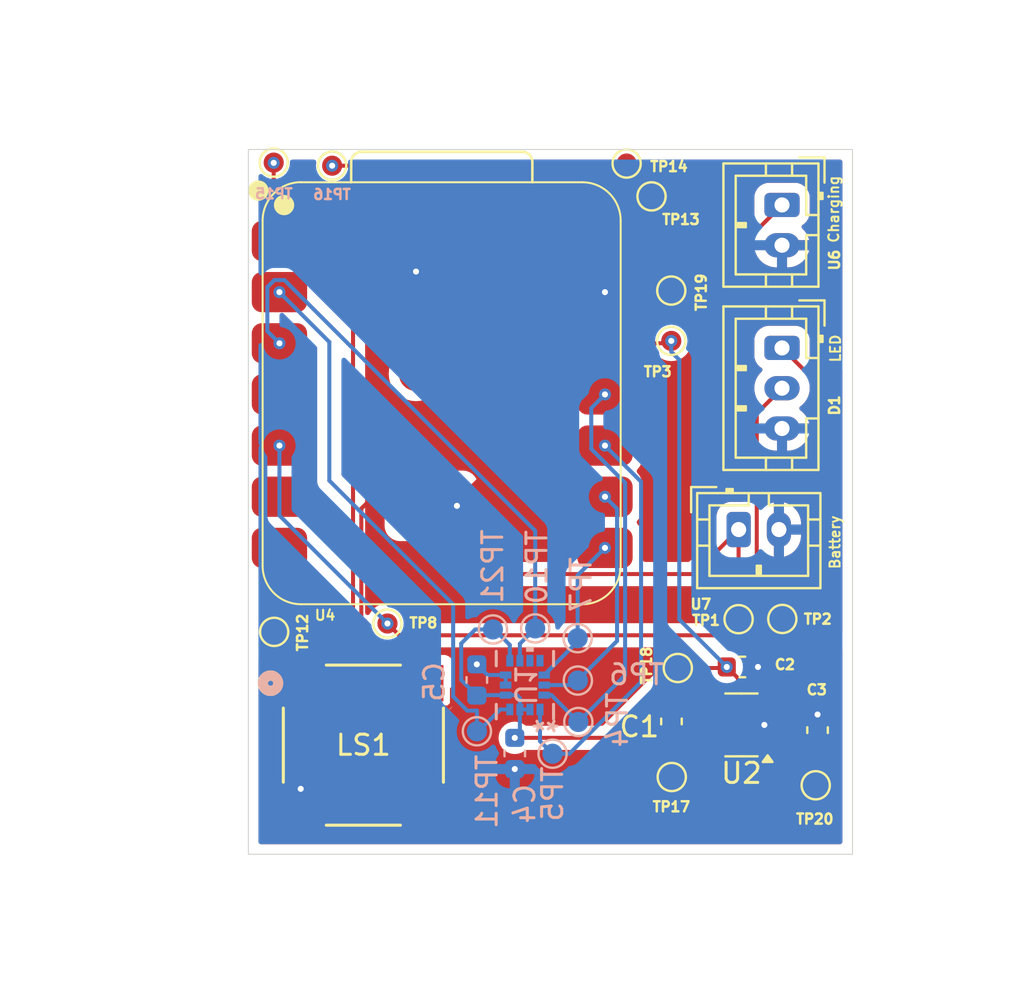
<source format=kicad_pcb>
(kicad_pcb (version 20240108) (generator "pcbnew") (generator_version "8.0")
  (title_block (title "LED20 Updated Schematic") (date "2024-11-12") (rev "2") (company "Team 01") (comment 1 "PCB Layout of LED20 prototype"))
  (layers (0 "F.Cu" signal) (31 "B.Cu" signal) (34 "B.Paste" user) (35 "F.Paste" user) (36 "B.SilkS" user "B.Silkscreen") (37 "F.SilkS" user "F.Silkscreen") (38 "B.Mask" user) (39 "F.Mask" user) (44 "Edge.Cuts" user))
  (net 0 "")
  (net 1 "Net-(U2-C+)")
  (net 2 "Net-(U2-C-)")
  (net 3 "GND")
  (net 4 "3.3V")
  (net 5 "+5V")
  (net 6 "3.3V Data (D4)")
  (net 7 "VBATT")
  (net 8 "Net-(U1-SDA)")
  (net 9 "Net-(U1-SDO{slash}SA0)")
  (net 10 "Net-(U1-SCL)")
  (net 11 "Net-(U1-CS)")
  (net 12 "Net-(U1-INT2)")
  (net 13 "Net-(U1-INT1)")
  (net 14 "unconnected-(TP13-Pad1)")
  (net 15 "unconnected-(TP14-Pad1)")
  (net 16 "unconnected-(TP15-Pad1)")
  (net 17 "unconnected-(TP16-Pad1)")
  (net 21 "+5V IN")
  (net 24 "Net-(U4-LP_GPIO0{slash}GPIO0{slash}A0{slash}D0)")
  (footprint "TestPoint:TestPoint_Pad_D1.0mm" (layer "F.Cu") (at 158.828498 86.700433 -90)
    (property "Reference" "TP2" (at 0.00931 -1.762392 180) (layer "F.SilkS") (effects (font (size 0.5 0.5) (thickness 0.125))))
    (property "Value" "~")
    (fp_circle (center 0 0) (end 0 0.7) (stroke (width 0.12)) (fill none) (layer "F.SilkS"))
    (pad "1" smd circle (at 0 0 270) (size 1 1) (layers "F.Cu" "F.Mask") (net 3 "GND"))
  )
  (footprint "Led20:ChargePump" (layer "F.Cu") (at 156.79831 91.962347 180)
    (property "Reference" "U2" (at 0 -2.4 0) (layer "F.SilkS"))
    (property "Value" "~")
    (fp_line (start 0 1.56) (end 0.8 1.56) (stroke (width 0.12)) (layer "F.SilkS"))
    (fp_line (start 0 1.56) (end -0.8 1.56) (stroke (width 0.12)) (layer "F.SilkS"))
    (fp_line (start 0 -1.56) (end 0.8 -1.56) (stroke (width 0.12)) (layer "F.SilkS"))
    (fp_line (start 0 -1.56) (end -0.8 -1.56) (stroke (width 0.12)) (layer "F.SilkS"))
    (fp_poly (pts (xy -1.3 -1.51) (xy -1.54 -1.84) (xy -1.06 -1.84) (xy -1.3 -1.51)) (stroke (width 0.12)) (fill solid) (layer "F.SilkS"))
    (pad "1" smd roundrect (at -1.1375 -0.95 180) (size 1.325 0.6) (layers "F.Cu" "F.Paste" "F.Mask") (net 5 "+5V"))
    (pad "2" smd roundrect (at -1.1375 0 180) (size 1.325 0.6) (layers "F.Cu" "F.Paste" "F.Mask") (net 3 "GND"))
    (pad "3" smd roundrect (at -1.1375 0.95 180) (size 1.325 0.6) (layers "F.Cu" "F.Paste" "F.Mask") (net 5 "+5V"))
    (pad "4" smd roundrect (at 1.1375 0.95 180) (size 1.325 0.6) (layers "F.Cu" "F.Paste" "F.Mask") (net 2 "Net-(U2-C-)"))
    (pad "5" smd roundrect (at 1.1375 0 180) (size 1.325 0.6) (layers "F.Cu" "F.Paste" "F.Mask") (net 4 "3.3V"))
    (pad "6" smd roundrect (at 1.1375 -0.95 180) (size 1.325 0.6) (layers "F.Cu" "F.Paste" "F.Mask") (net 1 "Net-(U2-C+)"))
  )
  (footprint "Connector_JST:JST_PH_B2B-PH-K_1x02_P2.00mm_Vertical" (layer "F.Cu") (at 158.812862 66.141631 -90)
    (property "Reference" "U6" (at 2.736332 -2.606274 90) (layer "F.SilkS") (effects (font (size 0.5 0.5) (thickness 0.125))))
    (property "Value" "B2B-PH-K-S")
    (fp_line (start -2.06 2.91) (end 4.06 2.91) (stroke (width 0.12)) (layer "F.SilkS"))
    (fp_line (start 4.06 2.91) (end 4.06 -1.81) (stroke (width 0.12)) (layer "F.SilkS"))
    (fp_line (start -1.45 2.3) (end 3.45 2.3) (stroke (width 0.12)) (layer "F.SilkS"))
    (fp_line (start 0.9 2.3) (end 0.9 1.8) (stroke (width 0.12)) (layer "F.SilkS"))
    (fp_line (start 1 2.3) (end 1 1.8) (stroke (width 0.12)) (layer "F.SilkS"))
    (fp_line (start 3.45 2.3) (end 3.45 -1.2) (stroke (width 0.12)) (layer "F.SilkS"))
    (fp_line (start 0.9 1.8) (end 1.1 1.8) (stroke (width 0.12)) (layer "F.SilkS"))
    (fp_line (start 1.1 1.8) (end 1.1 2.3) (stroke (width 0.12)) (layer "F.SilkS"))
    (fp_line (start -2.06 0.8) (end -1.45 0.8) (stroke (width 0.12)) (layer "F.SilkS"))
    (fp_line (start 4.06 0.8) (end 3.45 0.8) (stroke (width 0.12)) (layer "F.SilkS"))
    (fp_line (start -2.06 -0.5) (end -1.45 -0.5) (stroke (width 0.12)) (layer "F.SilkS"))
    (fp_line (start 4.06 -0.5) (end 3.45 -0.5) (stroke (width 0.12)) (layer "F.SilkS"))
    (fp_line (start -1.45 -1.2) (end -1.45 2.3) (stroke (width 0.12)) (layer "F.SilkS"))
    (fp_line (start 0.5 -1.2) (end -1.45 -1.2) (stroke (width 0.12)) (layer "F.SilkS"))
    (fp_line (start 1.5 -1.2) (end 1.5 -1.81) (stroke (width 0.12)) (layer "F.SilkS"))
    (fp_line (start 3.45 -1.2) (end 1.5 -1.2) (stroke (width 0.12)) (layer "F.SilkS"))
    (fp_line (start -2.06 -1.81) (end -2.06 2.91) (stroke (width 0.12)) (layer "F.SilkS"))
    (fp_line (start -0.3 -1.81) (end -0.3 -2.01) (stroke (width 0.12)) (layer "F.SilkS"))
    (fp_line (start 0.5 -1.81) (end 0.5 -1.2) (stroke (width 0.12)) (layer "F.SilkS"))
    (fp_line (start 4.06 -1.81) (end -2.06 -1.81) (stroke (width 0.12)) (layer "F.SilkS"))
    (fp_line (start -0.3 -1.91) (end -0.6 -1.91) (stroke (width 0.12)) (layer "F.SilkS"))
    (fp_line (start -0.6 -2.01) (end -0.6 -1.81) (stroke (width 0.12)) (layer "F.SilkS"))
    (fp_line (start -0.3 -2.01) (end -0.6 -2.01) (stroke (width 0.12)) (layer "F.SilkS"))
    (fp_line (start -2.36 -2.11) (end -2.36 -0.86) (stroke (width 0.12)) (layer "F.SilkS"))
    (fp_line (start -1.11 -2.11) (end -2.36 -2.11) (stroke (width 0.12)) (layer "F.SilkS"))
    (pad "1" thru_hole roundrect (at 0 0 270) (size 1.2 1.75) (drill 0.75) (layers "*.Cu" "*.Mask") (roundrect_rratio 0.208333) (net 21 "+5V IN"))
    (pad "2" thru_hole oval (at 2 0 270) (size 1.2 1.75) (drill 0.75) (layers "*.Cu" "*.Mask") (net 3 "GND"))
  )
  (footprint "Connector_JST:JST_PH_B3B-PH-K_1x03_P2.00mm_Vertical" (layer "F.Cu") (at 158.812862 73.241902 -90)
    (property "Reference" "D1" (at 2.851472 -2.606274 90) (layer "F.SilkS") (effects (font (size 0.5 0.5) (thickness 0.125))))
    (property "Value" "SK6812MINI")
    (fp_line (start -2.06 2.91) (end 6.06 2.91) (stroke (width 0.12)) (layer "F.SilkS"))
    (fp_line (start 6.06 2.91) (end 6.06 -1.81) (stroke (width 0.12)) (layer "F.SilkS"))
    (fp_line (start -1.45 2.3) (end 5.45 2.3) (stroke (width 0.12)) (layer "F.SilkS"))
    (fp_line (start 0.9 2.3) (end 0.9 1.8) (stroke (width 0.12)) (layer "F.SilkS"))
    (fp_line (start 1 2.3) (end 1 1.8) (stroke (width 0.12)) (layer "F.SilkS"))
    (fp_line (start 2.9 2.3) (end 2.9 1.8) (stroke (width 0.12)) (layer "F.SilkS"))
    (fp_line (start 3 2.3) (end 3 1.8) (stroke (width 0.12)) (layer "F.SilkS"))
    (fp_line (start 5.45 2.3) (end 5.45 -1.2) (stroke (width 0.12)) (layer "F.SilkS"))
    (fp_line (start 0.9 1.8) (end 1.1 1.8) (stroke (width 0.12)) (layer "F.SilkS"))
    (fp_line (start 1.1 1.8) (end 1.1 2.3) (stroke (width 0.12)) (layer "F.SilkS"))
    (fp_line (start 2.9 1.8) (end 3.1 1.8) (stroke (width 0.12)) (layer "F.SilkS"))
    (fp_line (start 3.1 1.8) (end 3.1 2.3) (stroke (width 0.12)) (layer "F.SilkS"))
    (fp_line (start -2.06 0.8) (end -1.45 0.8) (stroke (width 0.12)) (layer "F.SilkS"))
    (fp_line (start 6.06 0.8) (end 5.45 0.8) (stroke (width 0.12)) (layer "F.SilkS"))
    (fp_line (start -2.06 -0.5) (end -1.45 -0.5) (stroke (width 0.12)) (layer "F.SilkS"))
    (fp_line (start 6.06 -0.5) (end 5.45 -0.5) (stroke (width 0.12)) (layer "F.SilkS"))
    (fp_line (start -1.45 -1.2) (end -1.45 2.3) (stroke (width 0.12)) (layer "F.SilkS"))
    (fp_line (start 0.5 -1.2) (end -1.45 -1.2) (stroke (width 0.12)) (layer "F.SilkS"))
    (fp_line (start 3.5 -1.2) (end 3.5 -1.81) (stroke (width 0.12)) (layer "F.SilkS"))
    (fp_line (start 5.45 -1.2) (end 3.5 -1.2) (stroke (width 0.12)) (layer "F.SilkS"))
    (fp_line (start -2.06 -1.81) (end -2.06 2.91) (stroke (width 0.12)) (layer "F.SilkS"))
    (fp_line (start -0.3 -1.81) (end -0.3 -2.01) (stroke (width 0.12)) (layer "F.SilkS"))
    (fp_line (start 0.5 -1.81) (end 0.5 -1.2) (stroke (width 0.12)) (layer "F.SilkS"))
    (fp_line (start 6.06 -1.81) (end -2.06 -1.81) (stroke (width 0.12)) (layer "F.SilkS"))
    (fp_line (start -0.3 -1.91) (end -0.6 -1.91) (stroke (width 0.12)) (layer "F.SilkS"))
    (fp_line (start -0.6 -2.01) (end -0.6 -1.81) (stroke (width 0.12)) (layer "F.SilkS"))
    (fp_line (start -0.3 -2.01) (end -0.6 -2.01) (stroke (width 0.12)) (layer "F.SilkS"))
    (fp_line (start -2.36 -2.11) (end -2.36 -0.86) (stroke (width 0.12)) (layer "F.SilkS"))
    (fp_line (start -1.11 -2.11) (end -2.36 -2.11) (stroke (width 0.12)) (layer "F.SilkS"))
    (pad "1" thru_hole roundrect (at 0 0 270) (size 1.2 1.75) (drill 0.75) (layers "*.Cu" "*.Mask") (roundrect_rratio 0.208333) (net 5 "+5V"))
    (pad "2" thru_hole oval (at 2 0 270) (size 1.2 1.75) (drill 0.75) (layers "*.Cu" "*.Mask") (net 6 "3.3V Data (D4)"))
    (pad "3" thru_hole oval (at 4 0 270) (size 1.2 1.75) (drill 0.75) (layers "*.Cu" "*.Mask") (net 3 "GND"))
  )
  (footprint "Capacitor_SMD:C_0603_1608Metric" (layer "F.Cu") (at 160.577935 92.221193 -90)
    (property "Reference" "C3" (at -2.002616 0.040114 0) (layer "F.SilkS") (effects (font (size 0.5 0.5) (thickness 0.125))))
    (property "Value" "10u")
    (fp_line (start -0.14058 0.51) (end 0.14058 0.51) (stroke (width 0.12)) (layer "F.SilkS"))
    (fp_line (start -0.14058 -0.51) (end 0.14058 -0.51) (stroke (width 0.12)) (layer "F.SilkS"))
    (pad "1" smd roundrect (at -0.775 0 270) (size 0.9 0.95) (layers "F.Cu" "F.Paste" "F.Mask") (net 3 "GND"))
    (pad "2" smd roundrect (at 0.775 0 270) (size 0.9 0.95) (layers "F.Cu" "F.Paste" "F.Mask") (net 5 "+5V"))
  )
  (footprint "TestPoint:TestPoint_Pad_D1.0mm" (layer "F.Cu") (at 139.220263 86.927322)
    (property "Reference" "TP8" (at 1.780797 -0.027891 0) (layer "F.SilkS") (effects (font (size 0.5 0.5) (thickness 0.125))))
    (property "Value" "~")
    (fp_circle (center 0 0) (end 0 0.7) (stroke (width 0.12)) (fill none) (layer "F.SilkS"))
    (pad "1" smd circle (at 0 0) (size 1 1) (layers "F.Cu" "F.Mask") (net 6 "3.3V Data (D4)"))
  )
  (footprint "TestPoint:TestPoint_Pad_D1.0mm" (layer "F.Cu") (at 133.570623 64.039269 180)
    (property "Reference" "TP15" (at -0.006781 -1.547978 0) (layer "B.SilkS") (effects (font (size 0.5 0.5) (thickness 0.125)) (justify mirror)))
    (property "Value" "~")
    (fp_circle (center 0 0) (end 0 0.7) (stroke (width 0.12)) (fill none) (layer "F.SilkS"))
    (pad "1" smd circle (at 0 0 180) (size 1 1) (layers "F.Cu" "F.Mask") (net 16 "unconnected-(TP15-Pad1)"))
  )
  (footprint "TestPoint:TestPoint_Pad_D1.0mm" (layer "F.Cu") (at 136.473277 64.192789 180)
    (property "Reference" "TP16" (at 0.007435 -1.428574 -0) (layer "B.SilkS") (effects (font (size 0.5 0.5) (thickness 0.125)) (justify mirror)))
    (property "Value" "~")
    (fp_circle (center 0 0) (end 0 0.7) (stroke (width 0.12)) (fill none) (layer "F.SilkS"))
    (pad "1" smd circle (at 0 0 180) (size 1 1) (layers "F.Cu" "F.Mask") (net 17 "unconnected-(TP16-Pad1)"))
  )
  (footprint "Led20:XIAO-ESP32-C6-SMD" (layer "F.Cu") (at 142.1375 75.53)
    (property "Reference" "U4" (at -6.587488 11.282961 0) (layer "F.SilkS") (effects (font (size 0.5 0.5) (thickness 0.10668)) (justify left bottom)))
    (property "Value" "~")
    (fp_line (start -9.1166 8.5345) (end -9.1166 -8.6105) (stroke (width 0.1)) (layer "F.SilkS"))
    (fp_line (start -7.2116 10.4395) (end 6.7584 10.4395) (stroke (width 0.1)) (layer "F.SilkS"))
    (fp_line (start -4.7216 -10.5155) (end -4.717872 -11.525772) (stroke (width 0.127)) (layer "F.SilkS"))
    (fp_line (start -4.217872 -12.0255) (end 3.7774 -12.0255) (stroke (width 0.127)) (layer "F.SilkS"))
    (fp_line (start 4.2774 -11.5255) (end 4.2774 -10.5155) (stroke (width 0.127)) (layer "F.SilkS"))
    (fp_line (start 6.7584 -10.5155) (end -7.2116 -10.5155) (stroke (width 0.1)) (layer "F.SilkS"))
    (fp_line (start 8.6634 8.5345) (end 8.6634 -8.6105) (stroke (width 0.1)) (layer "F.SilkS"))
    (fp_arc (start -9.1166 -8.6145) (mid -8.558638 -9.961538) (end -7.2116 -10.5195) (stroke (width 0.1)) (layer "F.SilkS"))
    (fp_arc (start -7.2116 10.4395) (mid -8.558638 9.881538) (end -9.1166 8.5345) (stroke (width 0.1)) (layer "F.SilkS"))
    (fp_arc (start -4.717872 -11.525772) (mid -4.571324 -11.879144) (end -4.217872 -12.0255) (stroke (width 0.127)) (layer "F.SilkS"))
    (fp_arc (start 3.7774 -12.0255) (mid 4.130953 -11.879053) (end 4.2774 -11.5255) (stroke (width 0.127)) (layer "F.SilkS"))
    (fp_arc (start 6.7584 -10.5155) (mid 8.105438 -9.957538) (end 8.6634 -8.6105) (stroke (width 0.1)) (layer "F.SilkS"))
    (fp_arc (start 8.6634 8.5345) (mid 8.105438 9.881538) (end 6.7584 10.4395) (stroke (width 0.1)) (layer "F.SilkS"))
    (fp_circle (center -9.3266 -10.0995) (end -9.3266 -10.3535) (stroke (width 0.5)) (fill solid) (layer "F.SilkS"))
    (fp_circle (center -8.0526 -9.3825) (end -8.0526 -9.6365) (stroke (width 0.5)) (fill solid) (layer "F.SilkS"))
    (pad "1" smd roundrect (at -8.2816 -7.5985) (size 2.75 2) (layers "F.Cu" "F.Paste" "F.Mask") (net 24 "Net-(U4-LP_GPIO0{slash}GPIO0{slash}A0{slash}D0)"))
    (pad "2" smd roundrect (at -8.2816 -5.0585) (size 2.75 2) (layers "F.Cu" "F.Paste" "F.Mask") (net 13 "Net-(U1-INT1)"))
    (pad "3" smd roundrect (at -8.2816 -2.5185) (size 2.75 2) (layers "F.Cu" "F.Paste" "F.Mask") (net 12 "Net-(U1-INT2)"))
    (pad "4" smd roundrect (at -8.2816 0.0215) (size 2.75 2) (layers "F.Cu" "F.Paste" "F.Mask"))
    (pad "5" smd roundrect (at -8.2816 2.5615) (size 2.75 2) (layers "F.Cu" "F.Paste" "F.Mask") (net 6 "3.3V Data (D4)"))
    (pad "6" smd roundrect (at -8.2816 5.1015) (size 2.75 2) (layers "F.Cu" "F.Paste" "F.Mask"))
    (pad "7" smd roundrect (at -8.2816 7.6415) (size 2.75 2) (layers "F.Cu" "F.Paste" "F.Mask"))
    (pad "8" smd roundrect (at 7.8834 7.6415) (size 2.75 2) (layers "F.Cu" "F.Paste" "F.Mask") (net 11 "Net-(U1-CS)"))
    (pad "9" smd roundrect (at 7.8834 5.1015) (size 2.75 2) (layers "F.Cu" "F.Paste" "F.Mask") (net 10 "Net-(U1-SCL)"))
    (pad "10" smd roundrect (at 7.8834 2.5615) (size 2.75 2) (layers "F.Cu" "F.Paste" "F.Mask") (net 9 "Net-(U1-SDO{slash}SA0)"))
    (pad "11" smd roundrect (at 7.8834 0.0215) (size 2.75 2) (layers "F.Cu" "F.Paste" "F.Mask") (net 8 "Net-(U1-SDA)"))
    (pad "12" smd roundrect (at 7.8834 -2.5185) (size 2.75 2) (layers "F.Cu" "F.Paste" "F.Mask") (net 4 "3.3V"))
    (pad "13" smd roundrect (at 7.8834 -5.0585) (size 2.75 2) (layers "F.Cu" "F.Paste" "F.Mask") (net 3 "GND"))
    (pad "14" smd roundrect (at 7.8834 -7.5985) (size 2.75 2) (layers "F.Cu" "F.Paste" "F.Mask") (net 21 "+5V IN"))
    (pad "15" smd roundrect (at -2.008 5.5532 270) (size 2.5 1.1) (layers "F.Cu" "F.Paste" "F.Mask") (net 7 "VBATT"))
    (pad "16" smd roundrect (at 0.532 5.5532 270) (size 2.5 1.1) (layers "F.Cu" "F.Paste" "F.Mask") (net 3 "GND"))
    (pad "17" smd circle (at -1.5 -8.62) (size 1.7 1.7) (layers "F.Cu" "F.Paste" "F.Mask") (net 17 "unconnected-(TP16-Pad1)"))
    (pad "18" smd circle (at 1.04 -8.62) (size 1.7 1.7) (layers "F.Cu" "F.Paste" "F.Mask") (net 15 "unconnected-(TP14-Pad1)"))
    (pad "19" smd circle (at -1.5 -6.08) (size 1.7 1.7) (layers "F.Cu" "F.Paste" "F.Mask") (net 3 "GND"))
    (pad "20" smd circle (at 1.04 -6.08) (size 1.7 1.7) (layers "F.Cu" "F.Paste" "F.Mask"))
    (pad "21" smd circle (at -1.5 -3.54) (size 1.7 1.7) (layers "F.Cu" "F.Paste" "F.Mask") (net 16 "unconnected-(TP15-Pad1)"))
    (pad "22" smd circle (at 1.04 -3.54) (size 1.7 1.7) (layers "F.Cu" "F.Paste" "F.Mask") (net 14 "unconnected-(TP13-Pad1)"))
    (pad "23" smd circle (at -1.5 -1) (size 1.7 1.7) (layers "F.Cu" "F.Paste" "F.Mask"))
    (pad "24" smd circle (at 0.9474 -1.0568) (size 1.7 1.7) (layers "F.Cu" "F.Paste" "F.Mask"))
  )
  (footprint "TestPoint:TestPoint_Pad_D1.0mm" (layer "F.Cu") (at 152.333376 65.716062)
    (property "Reference" "TP13" (at 1.460965 1.149092 180) (layer "F.SilkS") (effects (font (size 0.5 0.5) (thickness 0.125))))
    (property "Value" "~")
    (fp_circle (center 0 0) (end 0 0.7) (stroke (width 0.12)) (fill none) (layer "F.SilkS"))
    (pad "1" smd circle (at 0 0) (size 1 1) (layers "F.Cu" "F.Mask") (net 14 "unconnected-(TP13-Pad1)"))
  )
  (footprint "TestPoint:TestPoint_Pad_D1.0mm" (layer "F.Cu") (at 153.63829 89.136295 180)
    (property "Reference" "TP18" (at 1.54972 0.123129 -90) (layer "F.SilkS") (effects (font (size 0.5 0.5) (thickness 0.125))))
    (property "Value" "~")
    (fp_circle (center 0 0) (end 0 0.7) (stroke (width 0.12)) (fill none) (layer "F.SilkS"))
    (pad "1" smd circle (at 0 0 180) (size 1 1) (layers "F.Cu" "F.Mask") (net 4 "3.3V"))
  )
  (footprint "Capacitor_SMD:C_0603_1608Metric" (layer "F.Cu") (at 153.322964 91.790052 90)
    (property "Reference" "C1" (at -0.263111 -1.595137 180) (layer "F.SilkS"))
    (property "Value" "1u")
    (fp_line (start -0.14058 -0.51) (end 0.14058 -0.51) (stroke (width 0.12)) (layer "F.SilkS"))
    (fp_line (start -0.14058 0.51) (end 0.14058 0.51) (stroke (width 0.12)) (layer "F.SilkS"))
    (pad "1" smd roundrect (at -0.775 0 90) (size 0.9 0.95) (layers "F.Cu" "F.Paste" "F.Mask") (net 1 "Net-(U2-C+)"))
    (pad "2" smd roundrect (at 0.775 0 90) (size 0.9 0.95) (layers "F.Cu" "F.Paste" "F.Mask") (net 2 "Net-(U2-C-)"))
  )
  (footprint "TestPoint:TestPoint_Pad_D1.0mm" (layer "F.Cu") (at 151.096977 64.084991)
    (property "Reference" "TP14" (at 2.100344 0.153276 0) (layer "F.SilkS") (effects (font (size 0.5 0.5) (thickness 0.125))))
    (property "Value" "~")
    (fp_circle (center 0 0) (end 0 0.7) (stroke (width 0.12)) (fill none) (layer "F.SilkS"))
    (pad "1" smd circle (at 0 0) (size 1 1) (layers "F.Cu" "F.Mask") (net 15 "unconnected-(TP14-Pad1)"))
  )
  (footprint "TestPoint:TestPoint_Pad_D1.0mm" (layer "F.Cu") (at 156.656484 86.711805 180)
    (property "Reference" "TP1" (at 1.61693 -0.059694 180) (layer "F.SilkS") (effects (font (size 0.5 0.5) (thickness 0.125))))
    (property "Value" "~")
    (fp_circle (center 0 0) (end 0 0.7) (stroke (width 0.12)) (fill none) (layer "F.SilkS"))
    (pad "1" smd circle (at 0 0 180) (size 1 1) (layers "F.Cu" "F.Mask") (net 7 "VBATT"))
  )
  (footprint "Capacitor_SMD:C_0603_1608Metric" (layer "F.Cu") (at 156.844117 89.084826)
    (property "Reference" "C2" (at 2.113024 -0.117148 0) (layer "F.SilkS") (effects (font (size 0.5 0.5) (thickness 0.125))))
    (property "Value" "10u")
    (fp_line (start -0.14058 -0.51) (end 0.14058 -0.51) (stroke (width 0.12)) (layer "F.SilkS"))
    (fp_line (start -0.14058 0.51) (end 0.14058 0.51) (stroke (width 0.12)) (layer "F.SilkS"))
    (pad "1" smd roundrect (at -0.775 0) (size 0.9 0.95) (layers "F.Cu" "F.Paste" "F.Mask") (net 4 "3.3V"))
    (pad "2" smd roundrect (at 0.775 0) (size 0.9 0.95) (layers "F.Cu" "F.Paste" "F.Mask") (net 3 "GND"))
  )
  (footprint "TestPoint:TestPoint_Pad_D1.0mm" (layer "F.Cu") (at 153.338126 94.54961 180)
    (property "Reference" "TP17" (at 0.018558 -1.478538 0) (layer "F.SilkS") (effects (font (size 0.5 0.5) (thickness 0.125))))
    (property "Value" "~")
    (fp_circle (center 0 0) (end 0 0.7) (stroke (width 0.12)) (fill none) (layer "F.SilkS"))
    (pad "1" smd circle (at 0 0 180) (size 1 1) (layers "F.Cu" "F.Mask") (net 1 "Net-(U2-C+)"))
  )
  (footprint "TestPoint:TestPoint_Pad_D1.0mm" (layer "F.Cu") (at 160.486961 94.960081 180)
    (property "Reference" "TP20" (at 0.0458 -1.67788 0) (layer "F.SilkS") (effects (font (size 0.5 0.5) (thickness 0.125))))
    (property "Value" "~")
    (fp_circle (center 0 0) (end 0 0.7) (stroke (width 0.12)) (fill none) (layer "F.SilkS"))
    (pad "1" smd circle (at 0 0 180) (size 1 1) (layers "F.Cu" "F.Mask") (net 5 "+5V"))
  )
  (footprint "TestPoint:TestPoint_Pad_D1.0mm" (layer "F.Cu") (at 153.3139 72.8925)
    (property "Reference" "TP3" (at -0.673172 1.533258 0) (layer "F.SilkS") (effects (font (size 0.5 0.5) (thickness 0.125))))
    (property "Value" "~")
    (fp_circle (center 0 0) (end 0 0.7) (stroke (width 0.12)) (fill none) (layer "F.SilkS"))
    (pad "1" smd circle (at 0 0) (size 1 1) (layers "F.Cu" "F.Mask") (net 4 "3.3V"))
  )
  (footprint "TestPoint:TestPoint_Pad_D1.0mm" (layer "F.Cu") (at 153.3139 70.3925)
    (property "Reference" "TP19" (at 1.486846 0.088888 90) (layer "F.SilkS") (effects (font (size 0.5 0.5) (thickness 0.125))))
    (property "Value" "~")
    (fp_circle (center 0 0) (end 0 0.7) (stroke (width 0.12)) (fill none) (layer "F.SilkS"))
    (pad "1" smd circle (at 0 0) (size 1 1) (layers "F.Cu" "F.Mask") (net 3 "GND"))
  )
  (footprint "TestPoint:TestPoint_Pad_D1.0mm" (layer "F.Cu") (at 133.594062 87.34175)
    (property "Reference" "TP12" (at 1.410104 0.034115 -90) (layer "F.SilkS") (effects (font (size 0.5 0.5) (thickness 0.125))))
    (property "Value" "~")
    (fp_circle (center 0 0) (end 0 0.7) (stroke (width 0.12)) (fill none) (layer "F.SilkS"))
    (pad "1" smd circle (at 0 0) (size 1 1) (layers "F.Cu" "F.Mask") (net 24 "Net-(U4-LP_GPIO0{slash}GPIO0{slash}A0{slash}D0)"))
  )
  (footprint "Led20:CMT-7525-80-SMT-TR_CUD" (layer "F.Cu") (at 138.02338 92.966582)
    (property "Reference" "LS1" (at 0 0 0) (layer "F.SilkS"))
    (property "Value" "CMT-7525-80-SMT-TR")
    (fp_circle (center -4.6101 -3.075) (end -4.2291 -3.075) (stroke (width 0.508)) (fill none) (layer "B.SilkS"))
    (fp_line (start -3.9751 -1.84056) (end -3.9751 1.84056) (stroke (width 0.1524)) (layer "F.SilkS"))
    (fp_line (start -1.84056 3.9751) (end 1.84056 3.9751) (stroke (width 0.1524)) (layer "F.SilkS"))
    (fp_line (start 1.84056 -3.9751) (end -1.84056 -3.9751) (stroke (width 0.1524)) (layer "F.SilkS"))
    (fp_line (start 3.9751 1.84056) (end 3.9751 -1.84056) (stroke (width 0.1524)) (layer "F.SilkS"))
    (fp_arc (start -4.48724 -2.714353) (mid -4.991102 -3.075001) (end -4.48724 -3.435648) (stroke (width 0.508)) (layer "F.SilkS"))
    (pad "1" smd rect (at -3.075 -3.075) (size 1.8034 1.8034) (layers "F.Cu" "F.Paste" "F.Mask") (net 24 "Net-(U4-LP_GPIO0{slash}GPIO0{slash}A0{slash}D0)"))
    (pad "2" smd rect (at -3.075 3.075) (size 1.8034 1.8034) (layers "F.Cu" "F.Paste" "F.Mask") (net 3 "GND"))
    (pad "3" smd rect (at 3.075 -3.075) (size 1.8034 1.8034) (layers "F.Cu" "F.Paste" "F.Mask"))
    (pad "4" smd rect (at 3.075 3.075) (size 1.8034 1.8034) (layers "F.Cu" "F.Paste" "F.Mask"))
  )
  (footprint "Connector_JST:JST_PH_B2B-PH-K_1x02_P2.00mm_Vertical" (layer "F.Cu") (at 156.659343 82.261164)
    (property "Reference" "U7" (at -1.875655 3.708622 0) (layer "F.SilkS") (effects (font (size 0.5 0.5) (thickness 0.125))))
    (property "Value" "B2B-PH-K-S")
    (fp_line (start -2.36 -2.11) (end -2.36 -0.86) (stroke (width 0.12)) (layer "F.SilkS"))
    (fp_line (start -2.06 -1.81) (end -2.06 2.91) (stroke (width 0.12)) (layer "F.SilkS"))
    (fp_line (start -2.06 -0.5) (end -1.45 -0.5) (stroke (width 0.12)) (layer "F.SilkS"))
    (fp_line (start -2.06 0.8) (end -1.45 0.8) (stroke (width 0.12)) (layer "F.SilkS"))
    (fp_line (start -2.06 2.91) (end 4.06 2.91) (stroke (width 0.12)) (layer "F.SilkS"))
    (fp_line (start -1.45 -1.2) (end -1.45 2.3) (stroke (width 0.12)) (layer "F.SilkS"))
    (fp_line (start -1.45 2.3) (end 3.45 2.3) (stroke (width 0.12)) (layer "F.SilkS"))
    (fp_line (start -1.11 -2.11) (end -2.36 -2.11) (stroke (width 0.12)) (layer "F.SilkS"))
    (fp_line (start -0.6 -2.01) (end -0.6 -1.81) (stroke (width 0.12)) (layer "F.SilkS"))
    (fp_line (start -0.3 -2.01) (end -0.6 -2.01) (stroke (width 0.12)) (layer "F.SilkS"))
    (fp_line (start -0.3 -1.91) (end -0.6 -1.91) (stroke (width 0.12)) (layer "F.SilkS"))
    (fp_line (start -0.3 -1.81) (end -0.3 -2.01) (stroke (width 0.12)) (layer "F.SilkS"))
    (fp_line (start 0.5 -1.81) (end 0.5 -1.2) (stroke (width 0.12)) (layer "F.SilkS"))
    (fp_line (start 0.5 -1.2) (end -1.45 -1.2) (stroke (width 0.12)) (layer "F.SilkS"))
    (fp_line (start 0.9 1.8) (end 1.1 1.8) (stroke (width 0.12)) (layer "F.SilkS"))
    (fp_line (start 0.9 2.3) (end 0.9 1.8) (stroke (width 0.12)) (layer "F.SilkS"))
    (fp_line (start 1 2.3) (end 1 1.8) (stroke (width 0.12)) (layer "F.SilkS"))
    (fp_line (start 1.1 1.8) (end 1.1 2.3) (stroke (width 0.12)) (layer "F.SilkS"))
    (fp_line (start 1.5 -1.2) (end 1.5 -1.81) (stroke (width 0.12)) (layer "F.SilkS"))
    (fp_line (start 3.45 -1.2) (end 1.5 -1.2) (stroke (width 0.12)) (layer "F.SilkS"))
    (fp_line (start 3.45 2.3) (end 3.45 -1.2) (stroke (width 0.12)) (layer "F.SilkS"))
    (fp_line (start 4.06 -1.81) (end -2.06 -1.81) (stroke (width 0.12)) (layer "F.SilkS"))
    (fp_line (start 4.06 -0.5) (end 3.45 -0.5) (stroke (width 0.12)) (layer "F.SilkS"))
    (fp_line (start 4.06 0.8) (end 3.45 0.8) (stroke (width 0.12)) (layer "F.SilkS"))
    (fp_line (start 4.06 2.91) (end 4.06 -1.81) (stroke (width 0.12)) (layer "F.SilkS"))
    (pad "1" thru_hole roundrect (at 0 0) (size 1.2 1.75) (drill 0.75) (layers "*.Cu" "*.Mask") (roundrect_rratio 0.208333) (net 7 "VBATT"))
    (pad "2" thru_hole oval (at 2 0) (size 1.2 1.75) (drill 0.75) (layers "*.Cu" "*.Mask") (net 3 "GND"))
  )
  (footprint "TestPoint:TestPoint_Pad_D1.0mm" (layer "B.Cu") (at 146.556143 87.171044 90)
    (property "Reference" "TP10" (at 3.039619 0.082065 90) (layer "B.SilkS") (effects (justify mirror)))
    (property "Value" "~")
    (fp_circle (center 0 0) (end 0 -0.7) (stroke (width 0.12)) (fill none) (layer "B.SilkS"))
    (pad "1" smd circle (at 0 0 90) (size 1 1) (layers "B.Cu" "B.Mask") (net 12 "Net-(U1-INT2)"))
  )
  (footprint "TestPoint:TestPoint_Pad_D1.0mm" (layer "B.Cu") (at 144.458045 87.222217 90)
    (property "Reference" "TP21" (at 3.131043 -0.01355 90) (layer "B.SilkS") (effects (justify mirror)))
    (property "Value" "~")
    (fp_circle (center 0 0) (end 0 -0.7) (stroke (width 0.12)) (fill none) (layer "B.SilkS"))
    (pad "1" smd circle (at 0 0 90) (size 1 1) (layers "B.Cu" "B.Mask") (net 4 "3.3V"))
  )
  (footprint "Capacitor_SMD:C_0603_1608Metric" (layer "B.Cu") (at 143.656333 89.7297 -90)
    (property "Reference" "C5" (at 0.097327 2.109953 90) (layer "B.SilkS") (effects (justify mirror)))
    (property "Value" "100n")
    (fp_line (start 0.14058 0.51) (end -0.14058 0.51) (stroke (width 0.12)) (layer "B.SilkS"))
    (fp_line (start 0.14058 -0.51) (end -0.14058 -0.51) (stroke (width 0.12)) (layer "B.SilkS"))
    (pad "1" smd roundrect (at -0.775 0 270) (size 0.9 0.95) (layers "B.Cu" "B.Paste" "B.Mask") (net 3 "GND"))
    (pad "2" smd roundrect (at 0.775 0 270) (size 0.9 0.95) (layers "B.Cu" "B.Paste" "B.Mask") (net 4 "3.3V"))
  )
  (footprint "Led20:LGA-14L_2P5X3X0P83_STM-L" (layer "B.Cu") (at 146.04495 89.984768 90)
    (property "Reference" "U1" (at 0 0 -90) (layer "B.SilkS") (effects (justify mirror)))
    (property "Value" "~")
    (fp_line (start 1.6764 -1.4224) (end 0.957013 -1.4224) (stroke (width 0.1524)) (layer "B.SilkS"))
    (fp_line (start -0.957013 -1.4224) (end -1.6764 -1.4224) (stroke (width 0.1524)) (layer "B.SilkS"))
    (fp_line (start 0.957013 1.4224) (end 1.6764 1.4224) (stroke (width 0.1524)) (layer "B.SilkS"))
    (fp_line (start -1.6764 1.4224) (end -0.957013 1.4224) (stroke (width 0.1524)) (layer "B.SilkS"))
    (fp_poly (pts (xy 1.905 0.4405) (xy 1.905 0.059499) (xy 1.651 0.059499) (xy 1.651 0.4405)) (fill solid) (layer "B.SilkS"))
    (fp_text user "*" (at -2.032 1 90) (layer "B.SilkS") (effects (justify mirror)))
    (fp_text user "*" (at -2.032 1.0437 -90) (layer "B.SilkS") (effects (justify mirror)))
    (pad "1" smd rect (at -1.2103 0.750001) (size 0.351536 0.57658) (layers "B.Cu" "B.Paste" "B.Mask") (net 9 "Net-(U1-SDO{slash}SA0)"))
    (pad "2" smd rect (at -1.2103 0.25) (size 0.351536 0.57658) (layers "B.Cu" "B.Paste" "B.Mask") (net 4 "3.3V"))
    (pad "3" smd rect (at -1.2103 -0.25) (size 0.351536 0.57658) (layers "B.Cu" "B.Paste" "B.Mask") (net 4 "3.3V"))
    (pad "4" smd rect (at -1.2103 -0.750001) (size 0.351536 0.57658) (layers "B.Cu" "B.Paste" "B.Mask") (net 13 "Net-(U1-INT1)"))
    (pad "5" smd rect (at -0.499999 -0.9563 90) (size 0.351536 0.57658) (layers "B.Cu" "B.Paste" "B.Mask") (net 4 "3.3V"))
    (pad "6" smd rect (at 0 -0.9563 90) (size 0.351536 0.57658) (layers "B.Cu" "B.Paste" "B.Mask") (net 3 "GND"))
    (pad "7" smd rect (at 0.499999 -0.9563 90) (size 0.351536 0.57658) (layers "B.Cu" "B.Paste" "B.Mask") (net 3 "GND"))
    (pad "8" smd rect (at 1.2103 -0.750001) (size 0.351536 0.57658) (layers "B.Cu" "B.Paste" "B.Mask") (net 4 "3.3V"))
    (pad "9" smd rect (at 1.2103 -0.25) (size 0.351536 0.57658) (layers "B.Cu" "B.Paste" "B.Mask") (net 12 "Net-(U1-INT2)"))
    (pad "10" smd rect (at 1.2103 0.25) (size 0.351536 0.57658) (layers "B.Cu" "B.Paste" "B.Mask"))
    (pad "11" smd rect (at 1.2103 0.750001) (size 0.351536 0.57658) (layers "B.Cu" "B.Paste" "B.Mask"))
    (pad "12" smd rect (at 0.499999 0.9563 90) (size 0.351536 0.57658) (layers "B.Cu" "B.Paste" "B.Mask") (net 11 "Net-(U1-CS)"))
    (pad "13" smd rect (at 0 0.9563 90) (size 0.351536 0.57658) (layers "B.Cu" "B.Paste" "B.Mask") (net 10 "Net-(U1-SCL)"))
    (pad "14" smd rect (at -0.499999 0.9563 90) (size 0.351536 0.57658) (layers "B.Cu" "B.Paste" "B.Mask") (net 8 "Net-(U1-SDA)"))
  )
  (footprint "TestPoint:TestPoint_Pad_D1.0mm" (layer "B.Cu") (at 148.663867 87.655327 -90)
    (property "Reference" "TP7" (at -2.658492 -0.168053 90) (layer "B.SilkS") (effects (justify mirror)))
    (property "Value" "~")
    (fp_circle (center 0 0) (end 0 -0.7) (stroke (width 0.12)) (fill none) (layer "B.SilkS"))
    (pad "1" smd circle (at 0 0 270) (size 1 1) (layers "B.Cu" "B.Mask") (net 11 "Net-(U1-CS)"))
  )
  (footprint "TestPoint:TestPoint_Pad_D1.0mm" (layer "B.Cu") (at 148.697983 91.817408 -90)
    (property "Reference" "TP4" (at -0.098555 -1.945259 90) (layer "B.SilkS") (effects (justify mirror)))
    (property "Value" "~")
    (fp_circle (center 0 0) (end 0 -0.7) (stroke (width 0.12)) (fill none) (layer "B.SilkS"))
    (pad "1" smd circle (at 0 0 270) (size 1 1) (layers "B.Cu" "B.Mask") (net 8 "Net-(U1-SDA)"))
  )
  (footprint "TestPoint:TestPoint_Pad_D1.0mm" (layer "B.Cu") (at 148.675239 89.759111 -90)
    (property "Reference" "TP6" (at -0.294348 -2.913916 360) (layer "B.SilkS") (effects (justify mirror)))
    (property "Value" "~")
    (fp_circle (center 0 0) (end 0 -0.7) (stroke (width 0.12)) (fill none) (layer "B.SilkS"))
    (pad "1" smd circle (at 0 0 270) (size 1 1) (layers "B.Cu" "B.Mask") (net 10 "Net-(U1-SCL)"))
  )
  (footprint "TestPoint:TestPoint_Pad_D1.0mm" (layer "B.Cu") (at 143.662019 92.278879 -90)
    (property "Reference" "TP11" (at 3 -0.5 90) (layer "B.SilkS") (effects (justify mirror)))
    (property "Value" "~")
    (fp_circle (center 0 0) (end 0 -0.7) (stroke (width 0.12)) (fill none) (layer "B.SilkS"))
    (pad "1" smd circle (at 0 0 270) (size 1 1) (layers "B.Cu" "B.Mask") (net 13 "Net-(U1-INT1)"))
  )
  (footprint "TestPoint:TestPoint_Pad_D1.0mm" (layer "B.Cu") (at 147.418654 93.392403 -90)
    (property "Reference" "TP5" (at 2 0 90) (layer "B.SilkS") (effects (justify mirror)))
    (property "Value" "~")
    (fp_circle (center 0 0) (end 0 -0.7) (stroke (width 0.12)) (fill none) (layer "B.SilkS"))
    (pad "1" smd circle (at 0 0 270) (size 1 1) (layers "B.Cu" "B.Mask") (net 9 "Net-(U1-SDO{slash}SA0)"))
  )
  (footprint "Capacitor_SMD:C_0603_1608Metric" (layer "B.Cu") (at 145.542307 93.379906 90)
    (property "Reference" "C4" (at -2.5 0.5 90) (layer "B.SilkS") (effects (justify mirror)))
    (property "Value" "100n")
    (fp_line (start 0.14058 -0.51) (end -0.14058 -0.51) (stroke (width 0.12)) (layer "B.SilkS"))
    (fp_line (start 0.14058 0.51) (end -0.14058 0.51) (stroke (width 0.12)) (layer "B.SilkS"))
    (pad "1" smd roundrect (at -0.775 0 90) (size 0.9 0.95) (layers "B.Cu" "B.Paste" "B.Mask") (net 3 "GND"))
    (pad "2" smd roundrect (at 0.775 0 90) (size 0.9 0.95) (layers "B.Cu" "B.Paste" "B.Mask") (net 4 "3.3V"))
  )
  (gr_rect (start 132.313079 63.386249) (end 162.313079 98.386249) (stroke (width 0.05)) (fill none) (layer "Edge.Cuts"))
  (gr_text "LED\n" (at 161.76029 74.012333 90) (layer "F.SilkS") (effects (font (size 0.5 0.5) (thickness 0.1)) (justify left bottom)))
  (gr_text "Battery\n" (at 161.737073 84.279296 90) (layer "F.SilkS") (effects (font (size 0.5 0.5) (thickness 0.1)) (justify left bottom)))
  (gr_text "Charging\n" (at 161.675002 68.076251 90) (layer "F.SilkS") (effects (font (size 0.5 0.5) (thickness 0.1)) (justify left bottom)))
  (segment (start 153.742671 92.912347) (end 155.66081 92.912347) (width 0.2) (layer "F.Cu") (net 1))
  (segment (start 153.338126 92.580214) (end 153.322964 92.565052) (width 0.2) (layer "F.Cu") (net 1))
  (segment (start 153.322964 92.565052) (end 153.395376 92.565052) (width 0.2) (layer "F.Cu") (net 1))
  (segment (start 153.395376 92.565052) (end 153.742671 92.912347) (width 0.2) (layer "F.Cu") (net 1))
  (segment (start 153.338126 94.54961) (end 153.338126 92.580214) (width 0.2) (layer "F.Cu") (net 1))
  (segment (start 155.66081 91.012347) (end 153.325669 91.012347) (width 0.2) (layer "F.Cu") (net 2))
  (segment (start 153.561531 91.002693) (end 153.549172 91.015052) (width 0.2) (layer "F.Cu") (net 2))
  (segment (start 153.322964 91.015052) (end 153.549172 91.015052) (width 0.2) (layer "F.Cu") (net 2))
  (segment (start 153.325669 91.012347) (end 153.322964 91.015052) (width 0.2) (layer "F.Cu") (net 2))
  (segment (start 139.608708 79.5332) (end 141.1195 79.5332) (width 0.2) (layer "F.Cu") (net 3))
  (segment (start 158.828498 86.700433) (end 158.828498 86.699486) (width 0.2) (layer "F.Cu") (net 3))
  (segment (start 143.656333 88.9547) (end 143.656333 92.268932) (width 0.2) (layer "F.Cu") (net 3))
  (segment (start 137.921771 81.220137) (end 139.608708 79.5332) (width 0.2) (layer "F.Cu") (net 3))
  (segment (start 142.246325 91.093282) (end 142.422005 90.917602) (width 0.2) (layer "F.Cu") (net 3))
  (segment (start 139.860182 90.189028) (end 139.860182 91.056784) (width 0.2) (layer "F.Cu") (net 3))
  (segment (start 158.828498 86.699486) (end 158.917651 86.610333) (width 0.2) (layer "F.Cu") (net 3))
  (segment (start 158.917651 86.610333) (end 158.659343 86.352025) (width 0.2) (layer "F.Cu") (net 3))
  (segment (start 150.794183 70.4715) (end 150.873183 70.3925) (width 0.2) (layer "F.Cu") (net 3))
  (segment (start 139.89668 91.093282) (end 142.246325 91.093282) (width 0.2) (layer "F.Cu") (net 3))
  (segment (start 158.659343 86.352025) (end 158.659343 82.261164) (width 0.2) (layer "F.Cu") (net 3))
  (segment (start 150.873183 70.3925) (end 153.3139 70.3925) (width 0.2) (layer "F.Cu") (net 3))
  (segment (start 142.422005 90.917602) (end 142.422005 90.189028) (width 0.2) (layer "F.Cu") (net 3))
  (segment (start 141.1195 79.5332) (end 142.6695 81.0832) (width 0.2) (layer "F.Cu") (net 3))
  (segment (start 143.656333 88.9547) (end 142.422005 90.189028) (width 0.2) (layer "F.Cu") (net 3))
  (segment (start 139.860182 91.056784) (end 139.89668 91.093282) (width 0.2) (layer "F.Cu") (net 3))
  (segment (start 143.656333 92.268932) (end 145.542307 94.154906) (width 0.2) (layer "F.Cu") (net 3))
  (segment (start 137.921771 88.250617) (end 137.921771 81.220137) (width 0.2) (layer "F.Cu") (net 3))
  (segment (start 139.860182 90.189028) (end 137.921771 88.250617) (width 0.2) (layer "F.Cu") (net 3))
  (segment (start 150.0209 70.4715) (end 150.794183 70.4715) (width 0.2) (layer "F.Cu") (net 3))
  (via (at 160.577935 91.446193) (size 0.6) (drill 0.3) (layers "F.Cu" "B.Cu") (net 3))
  (via (at 140.6375 69.45) (size 0.6) (drill 0.3) (layers "F.Cu" "B.Cu") (net 3))
  (via (at 150.0209 70.4715) (size 0.6) (drill 0.3) (layers "F.Cu" "B.Cu") (net 3))
  (via (at 158.812862 68.141631) (size 0.6) (drill 0.3) (layers "F.Cu" "B.Cu") (net 3))
  (via (at 157.93581 91.962347) (size 0.6) (drill 0.3) (layers "F.Cu" "B.Cu") (net 3))
  (via (at 158.812862 77.241902) (size 0.6) (drill 0.3) (layers "F.Cu" "B.Cu") (net 3))
  (via (at 143.656333 88.9547) (size 0.6) (drill 0.3) (layers "F.Cu" "B.Cu") (net 3))
  (via (at 157.619117 89.084826) (size 0.6) (drill 0.3) (layers "F.Cu" "B.Cu") (net 3))
  (via (at 134.911882 95.137328) (size 0.6) (drill 0.3) (layers "F.Cu" "B.Cu") (net 3))
  (via (at 142.6695 81.0832) (size 0.6) (drill 0.3) (layers "F.Cu" "B.Cu") (net 3))
  (via (at 145.542307 94.154906) (size 0.6) (drill 0.3) (layers "F.Cu" "B.Cu") (net 3))
  (via (at 158.659343 82.261164) (size 0.6) (drill 0.3) (layers "F.Cu" "B.Cu") (net 3))
  (segment (start 145.08865 89.484769) (end 144.186402 89.484769) (width 0.2) (layer "B.Cu") (net 3))
  (segment (start 145.08865 89.484769) (end 145.08865 89.984768) (width 0.2) (layer "B.Cu") (net 3))
  (segment (start 144.186402 89.484769) (end 143.656333 88.9547) (width 0.2) (layer "B.Cu") (net 3))
  (segment (start 156.323309 91.962347) (end 156.62331 91.662346) (width 0.2) (layer "F.Cu") (net 4))
  (segment (start 156.62331 89.639019) (end 156.069117 89.084826) (width 0.2) (layer "F.Cu") (net 4))
  (segment (start 155.66081 91.962347) (end 156.323309 91.962347) (width 0.2) (layer "F.Cu") (net 4))
  (segment (start 156.017648 89.136295) (end 156.069117 89.084826) (width 0.2) (layer "F.Cu") (net 4))
  (segment (start 153.63829 89.136295) (end 156.017648 89.136295) (width 0.2) (layer "F.Cu") (net 4))
  (segment (start 153.1949 73.0115) (end 153.3139 72.8925) (width 0.2) (layer "F.Cu") (net 4))
  (segment (start 145.542307 92.604906) (end 150.169679 92.604906) (width 0.2) (layer "F.Cu") (net 4))
  (segment (start 156.62331 91.662346) (end 156.62331 89.639019) (width 0.2) (layer "F.Cu") (net 4))
  (segment (start 150.0209 73.0115) (end 153.1949 73.0115) (width 0.2) (layer "F.Cu") (net 4))
  (segment (start 150.169679 92.604906) (end 153.63829 89.136295) (width 0.2) (layer "F.Cu") (net 4))
  (via (at 145.542307 92.604906) (size 0.6) (drill 0.3) (layers "F.Cu" "B.Cu") (net 4))
  (via (at 156.069117 89.084826) (size 0.6) (drill 0.3) (layers "F.Cu" "B.Cu") (net 4))
  (via (at 153.3139 72.8925) (size 0.6) (drill 0.3) (layers "F.Cu" "B.Cu") (net 4))
  (segment (start 153.710552 86.726261) (end 153.710552 73.831034) (width 0.2) (layer "B.Cu") (net 4))
  (segment (start 145.08865 90.484767) (end 145.648706 90.484767) (width 0.2) (layer "B.Cu") (net 4))
  (segment (start 145.79495 90.631011) (end 145.79495 91.195068) (width 0.2) (layer "B.Cu") (net 4))
  (segment (start 145.79495 91.195068) (end 146.29495 91.195068) (width 0.2) (layer "B.Cu") (net 4))
  (segment (start 145.648706 90.484767) (end 145.79495 90.631011) (width 0.2) (layer "B.Cu") (net 4))
  (segment (start 142.881333 89.7297) (end 142.881333 87.920219) (width 0.2) (layer "B.Cu") (net 4))
  (segment (start 144.479367 87.17507) (end 145.294949 87.990652) (width 0.2) (layer "B.Cu") (net 4))
  (segment (start 153.710552 73.831034) (end 153.3139 73.434382) (width 0.2) (layer "B.Cu") (net 4))
  (segment (start 143.579335 87.222217) (end 144.458045 87.222217) (width 0.2) (layer "B.Cu") (net 4))
  (segment (start 143.656333 90.5047) (end 142.881333 89.7297) (width 0.2) (layer "B.Cu") (net 4))
  (segment (start 144.458045 87.196392) (end 144.479367 87.17507) (width 0.2) (layer "B.Cu") (net 4))
  (segment (start 145.79495 92.352263) (end 145.542307 92.604906) (width 0.2) (layer "B.Cu") (net 4))
  (segment (start 156.069117 89.084826) (end 153.710552 86.726261) (width 0.2) (layer "B.Cu") (net 4))
  (segment (start 143.656333 90.607933) (end 143.779499 90.484767) (width 0.2) (layer "B.Cu") (net 4))
  (segment (start 145.79495 91.195068) (end 145.79495 92.352263) (width 0.2) (layer "B.Cu") (net 4))
  (segment (start 153.3139 73.434382) (end 153.3139 72.8925) (width 0.2) (layer "B.Cu") (net 4))
  (segment (start 143.779499 90.484767) (end 145.08865 90.484767) (width 0.2) (layer "B.Cu") (net 4))
  (segment (start 142.881333 87.920219) (end 143.579335 87.222217) (width 0.2) (layer "B.Cu") (net 4))
  (segment (start 145.294949 87.990652) (end 145.294949 88.774468) (width 0.2) (layer "B.Cu") (net 4))
  (segment (start 144.458045 87.222217) (end 144.458045 87.196392) (width 0.2) (layer "B.Cu") (net 4))
  (segment (start 143.656333 90.5047) (end 143.656333 90.607933) (width 0.2) (layer "B.Cu") (net 4))
  (segment (start 158.288862 91.012347) (end 158.89831 91.621795) (width 0.2) (layer "F.Cu") (net 5))
  (segment (start 159.987862 74.416902) (end 161.713079 74.416902) (width 0.2) (layer "F.Cu") (net 5))
  (segment (start 160.577935 92.996193) (end 158.019656 92.996193) (width 0.2) (layer "F.Cu") (net 5))
  (segment (start 160.486961 93.087167) (end 160.577935 92.996193) (width 0.2) (layer "F.Cu") (net 5))
  (segment (start 157.93581 91.012347) (end 158.288862 91.012347) (width 0.2) (layer "F.Cu") (net 5))
  (segment (start 158.598309 92.912347) (end 157.93581 92.912347) (width 0.2) (layer "F.Cu") (net 5))
  (segment (start 161.713079 74.416902) (end 161.713079 87.235078) (width 0.2) (layer "F.Cu") (net 5))
  (segment (start 158.812862 73.241902) (end 159.987862 74.416902) (width 0.2) (layer "F.Cu") (net 5))
  (segment (start 158.89831 91.621795) (end 158.89831 92.612346) (width 0.2) (layer "F.Cu") (net 5))
  (segment (start 158.89831 92.612346) (end 158.598309 92.912347) (width 0.2) (layer "F.Cu") (net 5))
  (segment (start 158.019656 92.996193) (end 157.93581 92.912347) (width 0.2) (layer "F.Cu") (net 5))
  (segment (start 160.486961 94.960081) (end 160.486961 93.087167) (width 0.2) (layer "F.Cu") (net 5))
  (segment (start 161.713079 87.235078) (end 157.93581 91.012347) (width 0.2) (layer "F.Cu") (net 5))
  (segment (start 157.559343 76.495421) (end 157.559343 86.940317) (width 0.2) (layer "F.Cu") (net 6))
  (segment (start 139.804746 87.511805) (end 139.220263 86.927322) (width 0.2) (layer "F.Cu") (net 6))
  (segment (start 157.559343 86.940317) (end 156.987855 87.511805) (width 0.2) (layer "F.Cu") (net 6))
  (segment (start 158.812862 75.241902) (end 157.559343 76.495421) (width 0.2) (layer "F.Cu") (net 6))
  (segment (start 156.987855 87.511805) (end 139.804746 87.511805) (width 0.2) (layer "F.Cu") (net 6))
  (via (at 133.8559 78.0915) (size 0.6) (drill 0.3) (layers "F.Cu" "B.Cu") (net 6))
  (via (at 139.220263 86.927322) (size 0.6) (drill 0.3) (layers "F.Cu" "B.Cu") (net 6))
  (segment (start 133.8559 78.0915) (end 133.8559 81.562959) (width 0.2) (layer "B.Cu") (net 6))
  (segment (start 133.8559 81.562959) (end 139.220263 86.927322) (width 0.2) (layer "B.Cu") (net 6))
  (segment (start 156.659343 82.261164) (end 154.449007 84.4715) (width 0.2) (layer "F.Cu") (net 7))
  (segment (start 156.656484 86.711805) (end 156.656484 82.264023) (width 0.2) (layer "F.Cu") (net 7))
  (segment (start 154.449007 84.4715) (end 143.5178 84.4715) (width 0.2) (layer "F.Cu") (net 7))
  (segment (start 156.656484 82.264023) (end 156.659343 82.261164) (width 0.2) (layer "F.Cu") (net 7))
  (segment (start 143.5178 84.4715) (end 140.1295 81.0832) (width 0.2) (layer "F.Cu") (net 7))
  (via (at 150.0209 75.5515) (size 0.6) (drill 0.3) (layers "F.Cu" "B.Cu") (net 8))
  (segment (start 149.34015 78.259279) (end 149.34015 76.23225) (width 0.2) (layer "B.Cu") (net 8))
  (segment (start 148.697983 91.817408) (end 151.0209 89.494491) (width 0.2) (layer "B.Cu") (net 8))
  (segment (start 149.34015 76.23225) (end 150.0209 75.5515) (width 0.2) (layer "B.Cu") (net 8))
  (segment (start 151.0209 79.940029) (end 149.34015 78.259279) (width 0.2) (layer "B.Cu") (net 8))
  (segment (start 148.697983 91.817408) (end 147.365342 90.484767) (width 0.2) (layer "B.Cu") (net 8))
  (segment (start 147.365342 90.484767) (end 147.00125 90.484767) (width 0.2) (layer "B.Cu") (net 8))
  (segment (start 151.0209 89.494491) (end 151.0209 79.940029) (width 0.2) (layer "B.Cu") (net 8))
  (via (at 150.0209 78.0915) (size 0.6) (drill 0.3) (layers "F.Cu" "B.Cu") (net 9))
  (segment (start 148.254359 93.392403) (end 151.813517 89.833245) (width 0.2) (layer "B.Cu") (net 9))
  (segment (start 146.794951 92.7687) (end 147.418654 93.392403) (width 0.2) (layer "B.Cu") (net 9))
  (segment (start 151.813517 89.833245) (end 151.813517 79.884117) (width 0.2) (layer "B.Cu") (net 9))
  (segment (start 147.418654 93.392403) (end 148.254359 93.392403) (width 0.2) (layer "B.Cu") (net 9))
  (segment (start 151.813517 79.884117) (end 150.0209 78.0915) (width 0.2) (layer "B.Cu") (net 9))
  (segment (start 146.794951 91.195068) (end 146.794951 92.7687) (width 0.2) (layer "B.Cu") (net 9))
  (via (at 150.0209 80.6315) (size 0.6) (drill 0.3) (layers "F.Cu" "B.Cu") (net 10))
  (segment (start 148.449582 89.984768) (end 148.675239 89.759111) (width 0.2) (layer "B.Cu") (net 10))
  (segment (start 148.675239 89.740782) (end 150.6209 87.795121) (width 0.2) (layer "B.Cu") (net 10))
  (segment (start 150.6209 81.2315) (end 150.0209 80.6315) (width 0.2) (layer "B.Cu") (net 10))
  (segment (start 148.675239 89.759111) (end 148.675239 89.740782) (width 0.2) (layer "B.Cu") (net 10))
  (segment (start 147.00125 89.984768) (end 148.449582 89.984768) (width 0.2) (layer "B.Cu") (net 10))
  (segment (start 150.6209 87.795121) (end 150.6209 81.2315) (width 0.2) (layer "B.Cu") (net 10))
  (via (at 150.0209 83.1715) (size 0.6) (drill 0.3) (layers "F.Cu" "B.Cu") (net 11))
  (segment (start 147.00125 89.484769) (end 148.663867 87.822152) (width 0.2) (layer "B.Cu") (net 11))
  (segment (start 148.663867 84.528533) (end 150.0209 83.1715) (width 0.2) (layer "B.Cu") (net 11))
  (segment (start 148.663867 87.655327) (end 148.663867 84.528533) (width 0.2) (layer "B.Cu") (net 11))
  (segment (start 148.663867 87.822152) (end 148.663867 87.655327) (width 0.2) (layer "B.Cu") (net 11))
  (via (at 133.8559 73.0115) (size 0.6) (drill 0.3) (layers "F.Cu" "B.Cu") (net 12))
  (segment (start 133.8559 73.0115) (end 133.2559 72.4115) (width 0.2) (layer "B.Cu") (net 12))
  (segment (start 146.556143 82.323214) (end 146.556143 87.171044) (width 0.2) (layer "B.Cu") (net 12))
  (segment (start 133.607371 69.8715) (end 134.104429 69.8715) (width 0.2) (layer "B.Cu") (net 12))
  (segment (start 133.2559 72.4115) (end 133.2559 70.222971) (width 0.2) (layer "B.Cu") (net 12))
  (segment (start 145.79495 87.932237) (end 145.79495 88.774468) (width 0.2) (layer "B.Cu") (net 12))
  (segment (start 134.104429 69.8715) (end 146.556143 82.323214) (width 0.2) (layer "B.Cu") (net 12))
  (segment (start 133.2559 70.222971) (end 133.607371 69.8715) (width 0.2) (layer "B.Cu") (net 12))
  (segment (start 146.556143 87.171044) (end 145.79495 87.932237) (width 0.2) (layer "B.Cu") (net 12))
  (via (at 133.8559 70.4715) (size 0.6) (drill 0.3) (layers "F.Cu" "B.Cu") (net 13))
  (segment (start 142.481333 90.553396) (end 142.481333 85.979403) (width 0.2) (layer "B.Cu") (net 13))
  (segment (start 143.662019 92.278879) (end 143.74168 92.278879) (width 0.2) (layer "B.Cu") (net 13))
  (segment (start 142.481333 85.979403) (end 136.332616 79.830686) (width 0.2) (layer "B.Cu") (net 13))
  (segment (start 144.825491 91.195068) (end 145.294949 91.195068) (width 0.2) (layer "B.Cu") (net 13))
  (segment (start 136.332616 72.948216) (end 133.8559 70.4715) (width 0.2) (layer "B.Cu") (net 13))
  (segment (start 143.662019 92.278879) (end 143.662019 91.2547) (width 0.2) (layer "B.Cu") (net 13))
  (segment (start 136.332616 79.830686) (end 136.332616 72.948216) (width 0.2) (layer "B.Cu") (net 13))
  (segment (start 143.74168 92.278879) (end 144.825491 91.195068) (width 0.2) (layer "B.Cu") (net 13))
  (segment (start 143.182637 91.2547) (end 142.481333 90.553396) (width 0.2) (layer "B.Cu") (net 13))
  (segment (start 143.662019 91.2547) (end 143.182637 91.2547) (width 0.2) (layer "B.Cu") (net 13))
  (segment (start 149.451438 65.716062) (end 143.1775 71.99) (width 0.2) (layer "F.Cu") (net 14))
  (segment (start 152.333376 65.716062) (end 149.451438 65.716062) (width 0.2) (layer "F.Cu") (net 14))
  (segment (start 146.098531 63.988969) (end 143.1775 66.91) (width 0.2) (layer "F.Cu") (net 15))
  (segment (start 151.096977 64.084991) (end 151.000955 63.988969) (width 0.2) (layer "F.Cu") (net 15))
  (segment (start 151.000955 63.988969) (end 146.098531 63.988969) (width 0.2) (layer "F.Cu") (net 15))
  (segment (start 133.570623 64.052054) (end 133.570623 64.923123) (width 0.2) (layer "F.Cu") (net 16))
  (segment (start 133.570623 64.039269) (end 133.570623 64.052054) (width 0.2) (layer "F.Cu") (net 16))
  (segment (start 133.570623 64.923123) (end 140.6375 71.99) (width 0.2) (layer "F.Cu") (net 16))
  (via (at 133.570623 64.052054) (size 0.6) (drill 0.3) (layers "F.Cu" "B.Cu") (net 16))
  (segment (start 137.920289 64.192789) (end 140.6375 66.91) (width 0.2) (layer "F.Cu") (net 17))
  (segment (start 136.473277 64.192789) (end 137.920289 64.192789) (width 0.2) (layer "F.Cu") (net 17))
  (via (at 136.473277 64.192789) (size 0.6) (drill 0.3) (layers "F.Cu" "B.Cu") (net 17))
  (segment (start 150.0209 67.9315) (end 157.022993 67.9315) (width 0.2) (layer "F.Cu") (net 21))
  (segment (start 157.022993 67.9315) (end 158.812862 66.141631) (width 0.2) (layer "F.Cu") (net 21))
  (segment (start 133.594062 88.537264) (end 133.594062 87.34175) (width 0.2) (layer "F.Cu") (net 24))
  (segment (start 133.8559 67.9315) (end 137.510229 71.585829) (width 0.2) (layer "F.Cu") (net 24))
  (segment (start 134.94838 89.891582) (end 133.594062 88.537264) (width 0.2) (layer "F.Cu") (net 24))
  (segment (start 134.095023 67.9315) (end 134.283493 68.11997) (width 0.2) (layer "F.Cu") (net 24))
  (segment (start 137.510229 71.585829) (end 137.510229 86.388981) (width 0.2) (layer "F.Cu") (net 24))
  (segment (start 133.8559 67.9315) (end 134.095023 67.9315) (width 0.2) (layer "F.Cu") (net 24))
  (segment (start 137.510229 86.388981) (end 134.94838 88.95083) (width 0.2) (layer "F.Cu") (net 24))
  (segment (start 134.94838 88.95083) (end 134.94838 89.891582) (width 0.2) (layer "F.Cu") (net 24))
  (zone (net 3) (net_name "GND") (layer "F.Cu") (priority 1) (connect_pads (clearance 0.5)) (min_thickness 0.25) (fill yes (thermal_gap 0.5) (thermal_bridge_width 0.5))
    (polygon (pts (xy 120.496985 56.05037) (xy 170.841743 57.259335) (xy 168.941941 105.099808) (xy 119.978857 104.58168) (xy 120.842404 55.964015)))
  )
  (zone (net 3) (net_name "GND") (layer "B.Cu") (connect_pads (clearance 0.5)) (min_thickness 0.25) (fill yes (thermal_gap 0.5) (thermal_bridge_width 0.5))
    (polygon (pts (xy 124.852273 59.372795) (xy 167.108479 59.084946) (xy 167.338758 102.262268) (xy 123.528168 101.80171) (xy 124.852537 59.372557)))
  )
)
</source>
